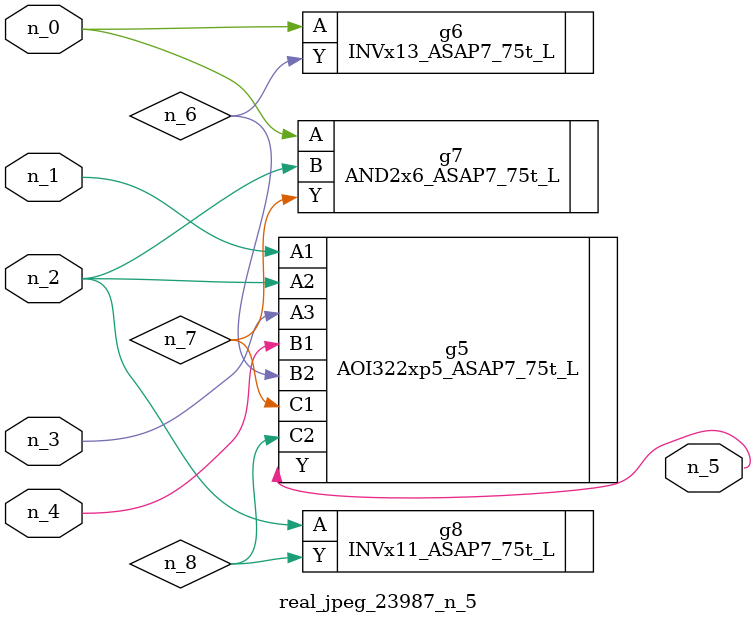
<source format=v>
module real_jpeg_23987_n_5 (n_4, n_0, n_1, n_2, n_3, n_5);

input n_4;
input n_0;
input n_1;
input n_2;
input n_3;

output n_5;

wire n_8;
wire n_6;
wire n_7;

INVx13_ASAP7_75t_L g6 ( 
.A(n_0),
.Y(n_6)
);

AND2x6_ASAP7_75t_L g7 ( 
.A(n_0),
.B(n_2),
.Y(n_7)
);

AOI322xp5_ASAP7_75t_L g5 ( 
.A1(n_1),
.A2(n_2),
.A3(n_3),
.B1(n_4),
.B2(n_6),
.C1(n_7),
.C2(n_8),
.Y(n_5)
);

INVx11_ASAP7_75t_L g8 ( 
.A(n_2),
.Y(n_8)
);


endmodule
</source>
